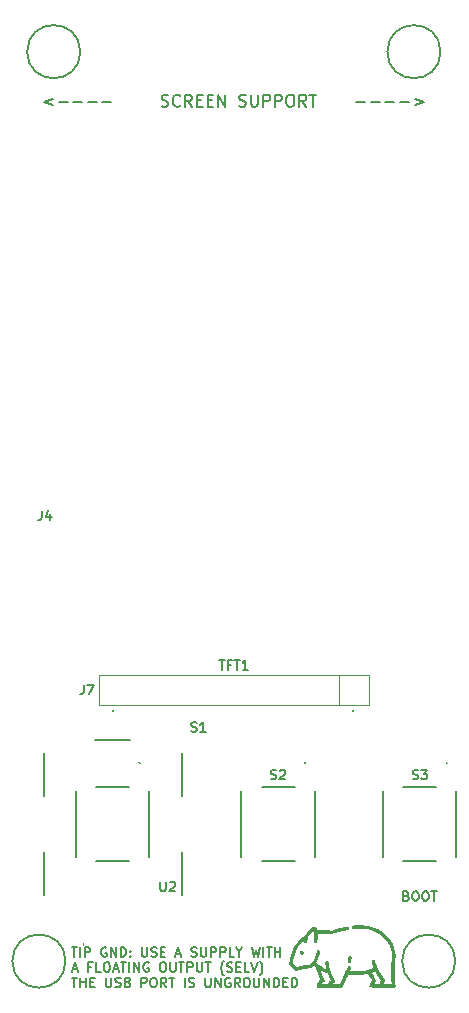
<source format=gbr>
%TF.GenerationSoftware,KiCad,Pcbnew,9.0.3*%
%TF.CreationDate,2025-10-10T19:55:00+02:00*%
%TF.ProjectId,AxxSolder,41787853-6f6c-4646-9572-2e6b69636164,rev?*%
%TF.SameCoordinates,Original*%
%TF.FileFunction,Legend,Top*%
%TF.FilePolarity,Positive*%
%FSLAX46Y46*%
G04 Gerber Fmt 4.6, Leading zero omitted, Abs format (unit mm)*
G04 Created by KiCad (PCBNEW 9.0.3) date 2025-10-10 19:55:00*
%MOMM*%
%LPD*%
G01*
G04 APERTURE LIST*
%ADD10C,0.200000*%
%ADD11C,0.150000*%
%ADD12C,0.100000*%
%ADD13C,0.000000*%
G04 APERTURE END LIST*
D10*
X199250000Y-147000000D02*
G75*
G02*
X194750000Y-147000000I-2250000J0D01*
G01*
X194750000Y-147000000D02*
G75*
G02*
X199250000Y-147000000I2250000J0D01*
G01*
X198000000Y-70000000D02*
G75*
G02*
X193500000Y-70000000I-2250000J0D01*
G01*
X193500000Y-70000000D02*
G75*
G02*
X198000000Y-70000000I2250000J0D01*
G01*
X167500000Y-70000000D02*
G75*
G02*
X163000000Y-70000000I-2250000J0D01*
G01*
X163000000Y-70000000D02*
G75*
G02*
X167500000Y-70000000I2250000J0D01*
G01*
X166250000Y-147000000D02*
G75*
G02*
X161750000Y-147000000I-2250000J0D01*
G01*
X161750000Y-147000000D02*
G75*
G02*
X166250000Y-147000000I2250000J0D01*
G01*
X165190476Y-73985552D02*
X164428571Y-74271266D01*
X164428571Y-74271266D02*
X165190476Y-74556980D01*
X165666666Y-74271266D02*
X166428571Y-74271266D01*
X166904761Y-74271266D02*
X167666666Y-74271266D01*
X168142856Y-74271266D02*
X168904761Y-74271266D01*
X169380951Y-74271266D02*
X170142856Y-74271266D01*
X174380952Y-74604600D02*
X174523809Y-74652219D01*
X174523809Y-74652219D02*
X174761904Y-74652219D01*
X174761904Y-74652219D02*
X174857142Y-74604600D01*
X174857142Y-74604600D02*
X174904761Y-74556980D01*
X174904761Y-74556980D02*
X174952380Y-74461742D01*
X174952380Y-74461742D02*
X174952380Y-74366504D01*
X174952380Y-74366504D02*
X174904761Y-74271266D01*
X174904761Y-74271266D02*
X174857142Y-74223647D01*
X174857142Y-74223647D02*
X174761904Y-74176028D01*
X174761904Y-74176028D02*
X174571428Y-74128409D01*
X174571428Y-74128409D02*
X174476190Y-74080790D01*
X174476190Y-74080790D02*
X174428571Y-74033171D01*
X174428571Y-74033171D02*
X174380952Y-73937933D01*
X174380952Y-73937933D02*
X174380952Y-73842695D01*
X174380952Y-73842695D02*
X174428571Y-73747457D01*
X174428571Y-73747457D02*
X174476190Y-73699838D01*
X174476190Y-73699838D02*
X174571428Y-73652219D01*
X174571428Y-73652219D02*
X174809523Y-73652219D01*
X174809523Y-73652219D02*
X174952380Y-73699838D01*
X175952380Y-74556980D02*
X175904761Y-74604600D01*
X175904761Y-74604600D02*
X175761904Y-74652219D01*
X175761904Y-74652219D02*
X175666666Y-74652219D01*
X175666666Y-74652219D02*
X175523809Y-74604600D01*
X175523809Y-74604600D02*
X175428571Y-74509361D01*
X175428571Y-74509361D02*
X175380952Y-74414123D01*
X175380952Y-74414123D02*
X175333333Y-74223647D01*
X175333333Y-74223647D02*
X175333333Y-74080790D01*
X175333333Y-74080790D02*
X175380952Y-73890314D01*
X175380952Y-73890314D02*
X175428571Y-73795076D01*
X175428571Y-73795076D02*
X175523809Y-73699838D01*
X175523809Y-73699838D02*
X175666666Y-73652219D01*
X175666666Y-73652219D02*
X175761904Y-73652219D01*
X175761904Y-73652219D02*
X175904761Y-73699838D01*
X175904761Y-73699838D02*
X175952380Y-73747457D01*
X176952380Y-74652219D02*
X176619047Y-74176028D01*
X176380952Y-74652219D02*
X176380952Y-73652219D01*
X176380952Y-73652219D02*
X176761904Y-73652219D01*
X176761904Y-73652219D02*
X176857142Y-73699838D01*
X176857142Y-73699838D02*
X176904761Y-73747457D01*
X176904761Y-73747457D02*
X176952380Y-73842695D01*
X176952380Y-73842695D02*
X176952380Y-73985552D01*
X176952380Y-73985552D02*
X176904761Y-74080790D01*
X176904761Y-74080790D02*
X176857142Y-74128409D01*
X176857142Y-74128409D02*
X176761904Y-74176028D01*
X176761904Y-74176028D02*
X176380952Y-74176028D01*
X177380952Y-74128409D02*
X177714285Y-74128409D01*
X177857142Y-74652219D02*
X177380952Y-74652219D01*
X177380952Y-74652219D02*
X177380952Y-73652219D01*
X177380952Y-73652219D02*
X177857142Y-73652219D01*
X178285714Y-74128409D02*
X178619047Y-74128409D01*
X178761904Y-74652219D02*
X178285714Y-74652219D01*
X178285714Y-74652219D02*
X178285714Y-73652219D01*
X178285714Y-73652219D02*
X178761904Y-73652219D01*
X179190476Y-74652219D02*
X179190476Y-73652219D01*
X179190476Y-73652219D02*
X179761904Y-74652219D01*
X179761904Y-74652219D02*
X179761904Y-73652219D01*
X180952381Y-74604600D02*
X181095238Y-74652219D01*
X181095238Y-74652219D02*
X181333333Y-74652219D01*
X181333333Y-74652219D02*
X181428571Y-74604600D01*
X181428571Y-74604600D02*
X181476190Y-74556980D01*
X181476190Y-74556980D02*
X181523809Y-74461742D01*
X181523809Y-74461742D02*
X181523809Y-74366504D01*
X181523809Y-74366504D02*
X181476190Y-74271266D01*
X181476190Y-74271266D02*
X181428571Y-74223647D01*
X181428571Y-74223647D02*
X181333333Y-74176028D01*
X181333333Y-74176028D02*
X181142857Y-74128409D01*
X181142857Y-74128409D02*
X181047619Y-74080790D01*
X181047619Y-74080790D02*
X181000000Y-74033171D01*
X181000000Y-74033171D02*
X180952381Y-73937933D01*
X180952381Y-73937933D02*
X180952381Y-73842695D01*
X180952381Y-73842695D02*
X181000000Y-73747457D01*
X181000000Y-73747457D02*
X181047619Y-73699838D01*
X181047619Y-73699838D02*
X181142857Y-73652219D01*
X181142857Y-73652219D02*
X181380952Y-73652219D01*
X181380952Y-73652219D02*
X181523809Y-73699838D01*
X181952381Y-73652219D02*
X181952381Y-74461742D01*
X181952381Y-74461742D02*
X182000000Y-74556980D01*
X182000000Y-74556980D02*
X182047619Y-74604600D01*
X182047619Y-74604600D02*
X182142857Y-74652219D01*
X182142857Y-74652219D02*
X182333333Y-74652219D01*
X182333333Y-74652219D02*
X182428571Y-74604600D01*
X182428571Y-74604600D02*
X182476190Y-74556980D01*
X182476190Y-74556980D02*
X182523809Y-74461742D01*
X182523809Y-74461742D02*
X182523809Y-73652219D01*
X183000000Y-74652219D02*
X183000000Y-73652219D01*
X183000000Y-73652219D02*
X183380952Y-73652219D01*
X183380952Y-73652219D02*
X183476190Y-73699838D01*
X183476190Y-73699838D02*
X183523809Y-73747457D01*
X183523809Y-73747457D02*
X183571428Y-73842695D01*
X183571428Y-73842695D02*
X183571428Y-73985552D01*
X183571428Y-73985552D02*
X183523809Y-74080790D01*
X183523809Y-74080790D02*
X183476190Y-74128409D01*
X183476190Y-74128409D02*
X183380952Y-74176028D01*
X183380952Y-74176028D02*
X183000000Y-74176028D01*
X184000000Y-74652219D02*
X184000000Y-73652219D01*
X184000000Y-73652219D02*
X184380952Y-73652219D01*
X184380952Y-73652219D02*
X184476190Y-73699838D01*
X184476190Y-73699838D02*
X184523809Y-73747457D01*
X184523809Y-73747457D02*
X184571428Y-73842695D01*
X184571428Y-73842695D02*
X184571428Y-73985552D01*
X184571428Y-73985552D02*
X184523809Y-74080790D01*
X184523809Y-74080790D02*
X184476190Y-74128409D01*
X184476190Y-74128409D02*
X184380952Y-74176028D01*
X184380952Y-74176028D02*
X184000000Y-74176028D01*
X185190476Y-73652219D02*
X185380952Y-73652219D01*
X185380952Y-73652219D02*
X185476190Y-73699838D01*
X185476190Y-73699838D02*
X185571428Y-73795076D01*
X185571428Y-73795076D02*
X185619047Y-73985552D01*
X185619047Y-73985552D02*
X185619047Y-74318885D01*
X185619047Y-74318885D02*
X185571428Y-74509361D01*
X185571428Y-74509361D02*
X185476190Y-74604600D01*
X185476190Y-74604600D02*
X185380952Y-74652219D01*
X185380952Y-74652219D02*
X185190476Y-74652219D01*
X185190476Y-74652219D02*
X185095238Y-74604600D01*
X185095238Y-74604600D02*
X185000000Y-74509361D01*
X185000000Y-74509361D02*
X184952381Y-74318885D01*
X184952381Y-74318885D02*
X184952381Y-73985552D01*
X184952381Y-73985552D02*
X185000000Y-73795076D01*
X185000000Y-73795076D02*
X185095238Y-73699838D01*
X185095238Y-73699838D02*
X185190476Y-73652219D01*
X186619047Y-74652219D02*
X186285714Y-74176028D01*
X186047619Y-74652219D02*
X186047619Y-73652219D01*
X186047619Y-73652219D02*
X186428571Y-73652219D01*
X186428571Y-73652219D02*
X186523809Y-73699838D01*
X186523809Y-73699838D02*
X186571428Y-73747457D01*
X186571428Y-73747457D02*
X186619047Y-73842695D01*
X186619047Y-73842695D02*
X186619047Y-73985552D01*
X186619047Y-73985552D02*
X186571428Y-74080790D01*
X186571428Y-74080790D02*
X186523809Y-74128409D01*
X186523809Y-74128409D02*
X186428571Y-74176028D01*
X186428571Y-74176028D02*
X186047619Y-74176028D01*
X186904762Y-73652219D02*
X187476190Y-73652219D01*
X187190476Y-74652219D02*
X187190476Y-73652219D01*
X190857144Y-74271266D02*
X191619049Y-74271266D01*
X192095239Y-74271266D02*
X192857144Y-74271266D01*
X193333334Y-74271266D02*
X194095239Y-74271266D01*
X194571429Y-74271266D02*
X195333334Y-74271266D01*
X195809524Y-73985552D02*
X196571429Y-74271266D01*
X196571429Y-74271266D02*
X195809524Y-74556980D01*
D11*
X195117969Y-141475247D02*
X195232255Y-141513342D01*
X195232255Y-141513342D02*
X195270350Y-141551438D01*
X195270350Y-141551438D02*
X195308446Y-141627628D01*
X195308446Y-141627628D02*
X195308446Y-141741914D01*
X195308446Y-141741914D02*
X195270350Y-141818104D01*
X195270350Y-141818104D02*
X195232255Y-141856200D01*
X195232255Y-141856200D02*
X195156065Y-141894295D01*
X195156065Y-141894295D02*
X194851303Y-141894295D01*
X194851303Y-141894295D02*
X194851303Y-141094295D01*
X194851303Y-141094295D02*
X195117969Y-141094295D01*
X195117969Y-141094295D02*
X195194160Y-141132390D01*
X195194160Y-141132390D02*
X195232255Y-141170485D01*
X195232255Y-141170485D02*
X195270350Y-141246676D01*
X195270350Y-141246676D02*
X195270350Y-141322866D01*
X195270350Y-141322866D02*
X195232255Y-141399057D01*
X195232255Y-141399057D02*
X195194160Y-141437152D01*
X195194160Y-141437152D02*
X195117969Y-141475247D01*
X195117969Y-141475247D02*
X194851303Y-141475247D01*
X195803684Y-141094295D02*
X195956065Y-141094295D01*
X195956065Y-141094295D02*
X196032255Y-141132390D01*
X196032255Y-141132390D02*
X196108446Y-141208580D01*
X196108446Y-141208580D02*
X196146541Y-141360961D01*
X196146541Y-141360961D02*
X196146541Y-141627628D01*
X196146541Y-141627628D02*
X196108446Y-141780009D01*
X196108446Y-141780009D02*
X196032255Y-141856200D01*
X196032255Y-141856200D02*
X195956065Y-141894295D01*
X195956065Y-141894295D02*
X195803684Y-141894295D01*
X195803684Y-141894295D02*
X195727493Y-141856200D01*
X195727493Y-141856200D02*
X195651303Y-141780009D01*
X195651303Y-141780009D02*
X195613207Y-141627628D01*
X195613207Y-141627628D02*
X195613207Y-141360961D01*
X195613207Y-141360961D02*
X195651303Y-141208580D01*
X195651303Y-141208580D02*
X195727493Y-141132390D01*
X195727493Y-141132390D02*
X195803684Y-141094295D01*
X196641779Y-141094295D02*
X196794160Y-141094295D01*
X196794160Y-141094295D02*
X196870350Y-141132390D01*
X196870350Y-141132390D02*
X196946541Y-141208580D01*
X196946541Y-141208580D02*
X196984636Y-141360961D01*
X196984636Y-141360961D02*
X196984636Y-141627628D01*
X196984636Y-141627628D02*
X196946541Y-141780009D01*
X196946541Y-141780009D02*
X196870350Y-141856200D01*
X196870350Y-141856200D02*
X196794160Y-141894295D01*
X196794160Y-141894295D02*
X196641779Y-141894295D01*
X196641779Y-141894295D02*
X196565588Y-141856200D01*
X196565588Y-141856200D02*
X196489398Y-141780009D01*
X196489398Y-141780009D02*
X196451302Y-141627628D01*
X196451302Y-141627628D02*
X196451302Y-141360961D01*
X196451302Y-141360961D02*
X196489398Y-141208580D01*
X196489398Y-141208580D02*
X196565588Y-141132390D01*
X196565588Y-141132390D02*
X196641779Y-141094295D01*
X197213207Y-141094295D02*
X197670350Y-141094295D01*
X197441778Y-141894295D02*
X197441778Y-141094295D01*
X166774874Y-145818385D02*
X167232017Y-145818385D01*
X167003445Y-146618385D02*
X167003445Y-145818385D01*
X167498684Y-146618385D02*
X167498684Y-145818385D01*
X167879636Y-146618385D02*
X167879636Y-145818385D01*
X167879636Y-145818385D02*
X168184398Y-145818385D01*
X168184398Y-145818385D02*
X168260588Y-145856480D01*
X168260588Y-145856480D02*
X168298683Y-145894575D01*
X168298683Y-145894575D02*
X168336779Y-145970766D01*
X168336779Y-145970766D02*
X168336779Y-146085051D01*
X168336779Y-146085051D02*
X168298683Y-146161242D01*
X168298683Y-146161242D02*
X168260588Y-146199337D01*
X168260588Y-146199337D02*
X168184398Y-146237432D01*
X168184398Y-146237432D02*
X167879636Y-146237432D01*
X169708207Y-145856480D02*
X169632017Y-145818385D01*
X169632017Y-145818385D02*
X169517731Y-145818385D01*
X169517731Y-145818385D02*
X169403445Y-145856480D01*
X169403445Y-145856480D02*
X169327255Y-145932670D01*
X169327255Y-145932670D02*
X169289160Y-146008861D01*
X169289160Y-146008861D02*
X169251064Y-146161242D01*
X169251064Y-146161242D02*
X169251064Y-146275528D01*
X169251064Y-146275528D02*
X169289160Y-146427909D01*
X169289160Y-146427909D02*
X169327255Y-146504099D01*
X169327255Y-146504099D02*
X169403445Y-146580290D01*
X169403445Y-146580290D02*
X169517731Y-146618385D01*
X169517731Y-146618385D02*
X169593922Y-146618385D01*
X169593922Y-146618385D02*
X169708207Y-146580290D01*
X169708207Y-146580290D02*
X169746303Y-146542194D01*
X169746303Y-146542194D02*
X169746303Y-146275528D01*
X169746303Y-146275528D02*
X169593922Y-146275528D01*
X170089160Y-146618385D02*
X170089160Y-145818385D01*
X170089160Y-145818385D02*
X170546303Y-146618385D01*
X170546303Y-146618385D02*
X170546303Y-145818385D01*
X170927255Y-146618385D02*
X170927255Y-145818385D01*
X170927255Y-145818385D02*
X171117731Y-145818385D01*
X171117731Y-145818385D02*
X171232017Y-145856480D01*
X171232017Y-145856480D02*
X171308207Y-145932670D01*
X171308207Y-145932670D02*
X171346302Y-146008861D01*
X171346302Y-146008861D02*
X171384398Y-146161242D01*
X171384398Y-146161242D02*
X171384398Y-146275528D01*
X171384398Y-146275528D02*
X171346302Y-146427909D01*
X171346302Y-146427909D02*
X171308207Y-146504099D01*
X171308207Y-146504099D02*
X171232017Y-146580290D01*
X171232017Y-146580290D02*
X171117731Y-146618385D01*
X171117731Y-146618385D02*
X170927255Y-146618385D01*
X171727255Y-146542194D02*
X171765350Y-146580290D01*
X171765350Y-146580290D02*
X171727255Y-146618385D01*
X171727255Y-146618385D02*
X171689159Y-146580290D01*
X171689159Y-146580290D02*
X171727255Y-146542194D01*
X171727255Y-146542194D02*
X171727255Y-146618385D01*
X171727255Y-146123147D02*
X171765350Y-146161242D01*
X171765350Y-146161242D02*
X171727255Y-146199337D01*
X171727255Y-146199337D02*
X171689159Y-146161242D01*
X171689159Y-146161242D02*
X171727255Y-146123147D01*
X171727255Y-146123147D02*
X171727255Y-146199337D01*
X172717731Y-145818385D02*
X172717731Y-146466004D01*
X172717731Y-146466004D02*
X172755826Y-146542194D01*
X172755826Y-146542194D02*
X172793921Y-146580290D01*
X172793921Y-146580290D02*
X172870112Y-146618385D01*
X172870112Y-146618385D02*
X173022493Y-146618385D01*
X173022493Y-146618385D02*
X173098683Y-146580290D01*
X173098683Y-146580290D02*
X173136778Y-146542194D01*
X173136778Y-146542194D02*
X173174874Y-146466004D01*
X173174874Y-146466004D02*
X173174874Y-145818385D01*
X173517730Y-146580290D02*
X173632016Y-146618385D01*
X173632016Y-146618385D02*
X173822492Y-146618385D01*
X173822492Y-146618385D02*
X173898683Y-146580290D01*
X173898683Y-146580290D02*
X173936778Y-146542194D01*
X173936778Y-146542194D02*
X173974873Y-146466004D01*
X173974873Y-146466004D02*
X173974873Y-146389813D01*
X173974873Y-146389813D02*
X173936778Y-146313623D01*
X173936778Y-146313623D02*
X173898683Y-146275528D01*
X173898683Y-146275528D02*
X173822492Y-146237432D01*
X173822492Y-146237432D02*
X173670111Y-146199337D01*
X173670111Y-146199337D02*
X173593921Y-146161242D01*
X173593921Y-146161242D02*
X173555826Y-146123147D01*
X173555826Y-146123147D02*
X173517730Y-146046956D01*
X173517730Y-146046956D02*
X173517730Y-145970766D01*
X173517730Y-145970766D02*
X173555826Y-145894575D01*
X173555826Y-145894575D02*
X173593921Y-145856480D01*
X173593921Y-145856480D02*
X173670111Y-145818385D01*
X173670111Y-145818385D02*
X173860588Y-145818385D01*
X173860588Y-145818385D02*
X173974873Y-145856480D01*
X174317731Y-146199337D02*
X174584397Y-146199337D01*
X174698683Y-146618385D02*
X174317731Y-146618385D01*
X174317731Y-146618385D02*
X174317731Y-145818385D01*
X174317731Y-145818385D02*
X174698683Y-145818385D01*
X175612969Y-146389813D02*
X175993922Y-146389813D01*
X175536779Y-146618385D02*
X175803446Y-145818385D01*
X175803446Y-145818385D02*
X176070112Y-146618385D01*
X176908207Y-146580290D02*
X177022493Y-146618385D01*
X177022493Y-146618385D02*
X177212969Y-146618385D01*
X177212969Y-146618385D02*
X177289160Y-146580290D01*
X177289160Y-146580290D02*
X177327255Y-146542194D01*
X177327255Y-146542194D02*
X177365350Y-146466004D01*
X177365350Y-146466004D02*
X177365350Y-146389813D01*
X177365350Y-146389813D02*
X177327255Y-146313623D01*
X177327255Y-146313623D02*
X177289160Y-146275528D01*
X177289160Y-146275528D02*
X177212969Y-146237432D01*
X177212969Y-146237432D02*
X177060588Y-146199337D01*
X177060588Y-146199337D02*
X176984398Y-146161242D01*
X176984398Y-146161242D02*
X176946303Y-146123147D01*
X176946303Y-146123147D02*
X176908207Y-146046956D01*
X176908207Y-146046956D02*
X176908207Y-145970766D01*
X176908207Y-145970766D02*
X176946303Y-145894575D01*
X176946303Y-145894575D02*
X176984398Y-145856480D01*
X176984398Y-145856480D02*
X177060588Y-145818385D01*
X177060588Y-145818385D02*
X177251065Y-145818385D01*
X177251065Y-145818385D02*
X177365350Y-145856480D01*
X177708208Y-145818385D02*
X177708208Y-146466004D01*
X177708208Y-146466004D02*
X177746303Y-146542194D01*
X177746303Y-146542194D02*
X177784398Y-146580290D01*
X177784398Y-146580290D02*
X177860589Y-146618385D01*
X177860589Y-146618385D02*
X178012970Y-146618385D01*
X178012970Y-146618385D02*
X178089160Y-146580290D01*
X178089160Y-146580290D02*
X178127255Y-146542194D01*
X178127255Y-146542194D02*
X178165351Y-146466004D01*
X178165351Y-146466004D02*
X178165351Y-145818385D01*
X178546303Y-146618385D02*
X178546303Y-145818385D01*
X178546303Y-145818385D02*
X178851065Y-145818385D01*
X178851065Y-145818385D02*
X178927255Y-145856480D01*
X178927255Y-145856480D02*
X178965350Y-145894575D01*
X178965350Y-145894575D02*
X179003446Y-145970766D01*
X179003446Y-145970766D02*
X179003446Y-146085051D01*
X179003446Y-146085051D02*
X178965350Y-146161242D01*
X178965350Y-146161242D02*
X178927255Y-146199337D01*
X178927255Y-146199337D02*
X178851065Y-146237432D01*
X178851065Y-146237432D02*
X178546303Y-146237432D01*
X179346303Y-146618385D02*
X179346303Y-145818385D01*
X179346303Y-145818385D02*
X179651065Y-145818385D01*
X179651065Y-145818385D02*
X179727255Y-145856480D01*
X179727255Y-145856480D02*
X179765350Y-145894575D01*
X179765350Y-145894575D02*
X179803446Y-145970766D01*
X179803446Y-145970766D02*
X179803446Y-146085051D01*
X179803446Y-146085051D02*
X179765350Y-146161242D01*
X179765350Y-146161242D02*
X179727255Y-146199337D01*
X179727255Y-146199337D02*
X179651065Y-146237432D01*
X179651065Y-146237432D02*
X179346303Y-146237432D01*
X180527255Y-146618385D02*
X180146303Y-146618385D01*
X180146303Y-146618385D02*
X180146303Y-145818385D01*
X180946303Y-146237432D02*
X180946303Y-146618385D01*
X180679636Y-145818385D02*
X180946303Y-146237432D01*
X180946303Y-146237432D02*
X181212969Y-145818385D01*
X182012969Y-145818385D02*
X182203445Y-146618385D01*
X182203445Y-146618385D02*
X182355826Y-146046956D01*
X182355826Y-146046956D02*
X182508207Y-146618385D01*
X182508207Y-146618385D02*
X182698684Y-145818385D01*
X183003446Y-146618385D02*
X183003446Y-145818385D01*
X183270112Y-145818385D02*
X183727255Y-145818385D01*
X183498683Y-146618385D02*
X183498683Y-145818385D01*
X183993922Y-146618385D02*
X183993922Y-145818385D01*
X183993922Y-146199337D02*
X184451065Y-146199337D01*
X184451065Y-146618385D02*
X184451065Y-145818385D01*
X166851064Y-147677768D02*
X167232017Y-147677768D01*
X166774874Y-147906340D02*
X167041541Y-147106340D01*
X167041541Y-147106340D02*
X167308207Y-147906340D01*
X168451064Y-147487292D02*
X168184398Y-147487292D01*
X168184398Y-147906340D02*
X168184398Y-147106340D01*
X168184398Y-147106340D02*
X168565350Y-147106340D01*
X169251064Y-147906340D02*
X168870112Y-147906340D01*
X168870112Y-147906340D02*
X168870112Y-147106340D01*
X169670112Y-147106340D02*
X169822493Y-147106340D01*
X169822493Y-147106340D02*
X169898683Y-147144435D01*
X169898683Y-147144435D02*
X169974874Y-147220625D01*
X169974874Y-147220625D02*
X170012969Y-147373006D01*
X170012969Y-147373006D02*
X170012969Y-147639673D01*
X170012969Y-147639673D02*
X169974874Y-147792054D01*
X169974874Y-147792054D02*
X169898683Y-147868245D01*
X169898683Y-147868245D02*
X169822493Y-147906340D01*
X169822493Y-147906340D02*
X169670112Y-147906340D01*
X169670112Y-147906340D02*
X169593921Y-147868245D01*
X169593921Y-147868245D02*
X169517731Y-147792054D01*
X169517731Y-147792054D02*
X169479635Y-147639673D01*
X169479635Y-147639673D02*
X169479635Y-147373006D01*
X169479635Y-147373006D02*
X169517731Y-147220625D01*
X169517731Y-147220625D02*
X169593921Y-147144435D01*
X169593921Y-147144435D02*
X169670112Y-147106340D01*
X170317730Y-147677768D02*
X170698683Y-147677768D01*
X170241540Y-147906340D02*
X170508207Y-147106340D01*
X170508207Y-147106340D02*
X170774873Y-147906340D01*
X170927254Y-147106340D02*
X171384397Y-147106340D01*
X171155825Y-147906340D02*
X171155825Y-147106340D01*
X171651064Y-147906340D02*
X171651064Y-147106340D01*
X172032016Y-147906340D02*
X172032016Y-147106340D01*
X172032016Y-147106340D02*
X172489159Y-147906340D01*
X172489159Y-147906340D02*
X172489159Y-147106340D01*
X173289158Y-147144435D02*
X173212968Y-147106340D01*
X173212968Y-147106340D02*
X173098682Y-147106340D01*
X173098682Y-147106340D02*
X172984396Y-147144435D01*
X172984396Y-147144435D02*
X172908206Y-147220625D01*
X172908206Y-147220625D02*
X172870111Y-147296816D01*
X172870111Y-147296816D02*
X172832015Y-147449197D01*
X172832015Y-147449197D02*
X172832015Y-147563483D01*
X172832015Y-147563483D02*
X172870111Y-147715864D01*
X172870111Y-147715864D02*
X172908206Y-147792054D01*
X172908206Y-147792054D02*
X172984396Y-147868245D01*
X172984396Y-147868245D02*
X173098682Y-147906340D01*
X173098682Y-147906340D02*
X173174873Y-147906340D01*
X173174873Y-147906340D02*
X173289158Y-147868245D01*
X173289158Y-147868245D02*
X173327254Y-147830149D01*
X173327254Y-147830149D02*
X173327254Y-147563483D01*
X173327254Y-147563483D02*
X173174873Y-147563483D01*
X174432016Y-147106340D02*
X174584397Y-147106340D01*
X174584397Y-147106340D02*
X174660587Y-147144435D01*
X174660587Y-147144435D02*
X174736778Y-147220625D01*
X174736778Y-147220625D02*
X174774873Y-147373006D01*
X174774873Y-147373006D02*
X174774873Y-147639673D01*
X174774873Y-147639673D02*
X174736778Y-147792054D01*
X174736778Y-147792054D02*
X174660587Y-147868245D01*
X174660587Y-147868245D02*
X174584397Y-147906340D01*
X174584397Y-147906340D02*
X174432016Y-147906340D01*
X174432016Y-147906340D02*
X174355825Y-147868245D01*
X174355825Y-147868245D02*
X174279635Y-147792054D01*
X174279635Y-147792054D02*
X174241539Y-147639673D01*
X174241539Y-147639673D02*
X174241539Y-147373006D01*
X174241539Y-147373006D02*
X174279635Y-147220625D01*
X174279635Y-147220625D02*
X174355825Y-147144435D01*
X174355825Y-147144435D02*
X174432016Y-147106340D01*
X175117730Y-147106340D02*
X175117730Y-147753959D01*
X175117730Y-147753959D02*
X175155825Y-147830149D01*
X175155825Y-147830149D02*
X175193920Y-147868245D01*
X175193920Y-147868245D02*
X175270111Y-147906340D01*
X175270111Y-147906340D02*
X175422492Y-147906340D01*
X175422492Y-147906340D02*
X175498682Y-147868245D01*
X175498682Y-147868245D02*
X175536777Y-147830149D01*
X175536777Y-147830149D02*
X175574873Y-147753959D01*
X175574873Y-147753959D02*
X175574873Y-147106340D01*
X175841539Y-147106340D02*
X176298682Y-147106340D01*
X176070110Y-147906340D02*
X176070110Y-147106340D01*
X176565349Y-147906340D02*
X176565349Y-147106340D01*
X176565349Y-147106340D02*
X176870111Y-147106340D01*
X176870111Y-147106340D02*
X176946301Y-147144435D01*
X176946301Y-147144435D02*
X176984396Y-147182530D01*
X176984396Y-147182530D02*
X177022492Y-147258721D01*
X177022492Y-147258721D02*
X177022492Y-147373006D01*
X177022492Y-147373006D02*
X176984396Y-147449197D01*
X176984396Y-147449197D02*
X176946301Y-147487292D01*
X176946301Y-147487292D02*
X176870111Y-147525387D01*
X176870111Y-147525387D02*
X176565349Y-147525387D01*
X177365349Y-147106340D02*
X177365349Y-147753959D01*
X177365349Y-147753959D02*
X177403444Y-147830149D01*
X177403444Y-147830149D02*
X177441539Y-147868245D01*
X177441539Y-147868245D02*
X177517730Y-147906340D01*
X177517730Y-147906340D02*
X177670111Y-147906340D01*
X177670111Y-147906340D02*
X177746301Y-147868245D01*
X177746301Y-147868245D02*
X177784396Y-147830149D01*
X177784396Y-147830149D02*
X177822492Y-147753959D01*
X177822492Y-147753959D02*
X177822492Y-147106340D01*
X178089158Y-147106340D02*
X178546301Y-147106340D01*
X178317729Y-147906340D02*
X178317729Y-147106340D01*
X179651063Y-148211102D02*
X179612968Y-148173006D01*
X179612968Y-148173006D02*
X179536777Y-148058721D01*
X179536777Y-148058721D02*
X179498682Y-147982530D01*
X179498682Y-147982530D02*
X179460587Y-147868245D01*
X179460587Y-147868245D02*
X179422492Y-147677768D01*
X179422492Y-147677768D02*
X179422492Y-147525387D01*
X179422492Y-147525387D02*
X179460587Y-147334911D01*
X179460587Y-147334911D02*
X179498682Y-147220625D01*
X179498682Y-147220625D02*
X179536777Y-147144435D01*
X179536777Y-147144435D02*
X179612968Y-147030149D01*
X179612968Y-147030149D02*
X179651063Y-146992054D01*
X179917729Y-147868245D02*
X180032015Y-147906340D01*
X180032015Y-147906340D02*
X180222491Y-147906340D01*
X180222491Y-147906340D02*
X180298682Y-147868245D01*
X180298682Y-147868245D02*
X180336777Y-147830149D01*
X180336777Y-147830149D02*
X180374872Y-147753959D01*
X180374872Y-147753959D02*
X180374872Y-147677768D01*
X180374872Y-147677768D02*
X180336777Y-147601578D01*
X180336777Y-147601578D02*
X180298682Y-147563483D01*
X180298682Y-147563483D02*
X180222491Y-147525387D01*
X180222491Y-147525387D02*
X180070110Y-147487292D01*
X180070110Y-147487292D02*
X179993920Y-147449197D01*
X179993920Y-147449197D02*
X179955825Y-147411102D01*
X179955825Y-147411102D02*
X179917729Y-147334911D01*
X179917729Y-147334911D02*
X179917729Y-147258721D01*
X179917729Y-147258721D02*
X179955825Y-147182530D01*
X179955825Y-147182530D02*
X179993920Y-147144435D01*
X179993920Y-147144435D02*
X180070110Y-147106340D01*
X180070110Y-147106340D02*
X180260587Y-147106340D01*
X180260587Y-147106340D02*
X180374872Y-147144435D01*
X180717730Y-147487292D02*
X180984396Y-147487292D01*
X181098682Y-147906340D02*
X180717730Y-147906340D01*
X180717730Y-147906340D02*
X180717730Y-147106340D01*
X180717730Y-147106340D02*
X181098682Y-147106340D01*
X181822492Y-147906340D02*
X181441540Y-147906340D01*
X181441540Y-147906340D02*
X181441540Y-147106340D01*
X181974873Y-147106340D02*
X182241540Y-147906340D01*
X182241540Y-147906340D02*
X182508206Y-147106340D01*
X182698682Y-148211102D02*
X182736777Y-148173006D01*
X182736777Y-148173006D02*
X182812968Y-148058721D01*
X182812968Y-148058721D02*
X182851063Y-147982530D01*
X182851063Y-147982530D02*
X182889158Y-147868245D01*
X182889158Y-147868245D02*
X182927254Y-147677768D01*
X182927254Y-147677768D02*
X182927254Y-147525387D01*
X182927254Y-147525387D02*
X182889158Y-147334911D01*
X182889158Y-147334911D02*
X182851063Y-147220625D01*
X182851063Y-147220625D02*
X182812968Y-147144435D01*
X182812968Y-147144435D02*
X182736777Y-147030149D01*
X182736777Y-147030149D02*
X182698682Y-146992054D01*
X166774874Y-148394295D02*
X167232017Y-148394295D01*
X167003445Y-149194295D02*
X167003445Y-148394295D01*
X167498684Y-149194295D02*
X167498684Y-148394295D01*
X167498684Y-148775247D02*
X167955827Y-148775247D01*
X167955827Y-149194295D02*
X167955827Y-148394295D01*
X168336779Y-148775247D02*
X168603445Y-148775247D01*
X168717731Y-149194295D02*
X168336779Y-149194295D01*
X168336779Y-149194295D02*
X168336779Y-148394295D01*
X168336779Y-148394295D02*
X168717731Y-148394295D01*
X169670113Y-148394295D02*
X169670113Y-149041914D01*
X169670113Y-149041914D02*
X169708208Y-149118104D01*
X169708208Y-149118104D02*
X169746303Y-149156200D01*
X169746303Y-149156200D02*
X169822494Y-149194295D01*
X169822494Y-149194295D02*
X169974875Y-149194295D01*
X169974875Y-149194295D02*
X170051065Y-149156200D01*
X170051065Y-149156200D02*
X170089160Y-149118104D01*
X170089160Y-149118104D02*
X170127256Y-149041914D01*
X170127256Y-149041914D02*
X170127256Y-148394295D01*
X170470112Y-149156200D02*
X170584398Y-149194295D01*
X170584398Y-149194295D02*
X170774874Y-149194295D01*
X170774874Y-149194295D02*
X170851065Y-149156200D01*
X170851065Y-149156200D02*
X170889160Y-149118104D01*
X170889160Y-149118104D02*
X170927255Y-149041914D01*
X170927255Y-149041914D02*
X170927255Y-148965723D01*
X170927255Y-148965723D02*
X170889160Y-148889533D01*
X170889160Y-148889533D02*
X170851065Y-148851438D01*
X170851065Y-148851438D02*
X170774874Y-148813342D01*
X170774874Y-148813342D02*
X170622493Y-148775247D01*
X170622493Y-148775247D02*
X170546303Y-148737152D01*
X170546303Y-148737152D02*
X170508208Y-148699057D01*
X170508208Y-148699057D02*
X170470112Y-148622866D01*
X170470112Y-148622866D02*
X170470112Y-148546676D01*
X170470112Y-148546676D02*
X170508208Y-148470485D01*
X170508208Y-148470485D02*
X170546303Y-148432390D01*
X170546303Y-148432390D02*
X170622493Y-148394295D01*
X170622493Y-148394295D02*
X170812970Y-148394295D01*
X170812970Y-148394295D02*
X170927255Y-148432390D01*
X171536779Y-148775247D02*
X171651065Y-148813342D01*
X171651065Y-148813342D02*
X171689160Y-148851438D01*
X171689160Y-148851438D02*
X171727256Y-148927628D01*
X171727256Y-148927628D02*
X171727256Y-149041914D01*
X171727256Y-149041914D02*
X171689160Y-149118104D01*
X171689160Y-149118104D02*
X171651065Y-149156200D01*
X171651065Y-149156200D02*
X171574875Y-149194295D01*
X171574875Y-149194295D02*
X171270113Y-149194295D01*
X171270113Y-149194295D02*
X171270113Y-148394295D01*
X171270113Y-148394295D02*
X171536779Y-148394295D01*
X171536779Y-148394295D02*
X171612970Y-148432390D01*
X171612970Y-148432390D02*
X171651065Y-148470485D01*
X171651065Y-148470485D02*
X171689160Y-148546676D01*
X171689160Y-148546676D02*
X171689160Y-148622866D01*
X171689160Y-148622866D02*
X171651065Y-148699057D01*
X171651065Y-148699057D02*
X171612970Y-148737152D01*
X171612970Y-148737152D02*
X171536779Y-148775247D01*
X171536779Y-148775247D02*
X171270113Y-148775247D01*
X172679637Y-149194295D02*
X172679637Y-148394295D01*
X172679637Y-148394295D02*
X172984399Y-148394295D01*
X172984399Y-148394295D02*
X173060589Y-148432390D01*
X173060589Y-148432390D02*
X173098684Y-148470485D01*
X173098684Y-148470485D02*
X173136780Y-148546676D01*
X173136780Y-148546676D02*
X173136780Y-148660961D01*
X173136780Y-148660961D02*
X173098684Y-148737152D01*
X173098684Y-148737152D02*
X173060589Y-148775247D01*
X173060589Y-148775247D02*
X172984399Y-148813342D01*
X172984399Y-148813342D02*
X172679637Y-148813342D01*
X173632018Y-148394295D02*
X173784399Y-148394295D01*
X173784399Y-148394295D02*
X173860589Y-148432390D01*
X173860589Y-148432390D02*
X173936780Y-148508580D01*
X173936780Y-148508580D02*
X173974875Y-148660961D01*
X173974875Y-148660961D02*
X173974875Y-148927628D01*
X173974875Y-148927628D02*
X173936780Y-149080009D01*
X173936780Y-149080009D02*
X173860589Y-149156200D01*
X173860589Y-149156200D02*
X173784399Y-149194295D01*
X173784399Y-149194295D02*
X173632018Y-149194295D01*
X173632018Y-149194295D02*
X173555827Y-149156200D01*
X173555827Y-149156200D02*
X173479637Y-149080009D01*
X173479637Y-149080009D02*
X173441541Y-148927628D01*
X173441541Y-148927628D02*
X173441541Y-148660961D01*
X173441541Y-148660961D02*
X173479637Y-148508580D01*
X173479637Y-148508580D02*
X173555827Y-148432390D01*
X173555827Y-148432390D02*
X173632018Y-148394295D01*
X174774875Y-149194295D02*
X174508208Y-148813342D01*
X174317732Y-149194295D02*
X174317732Y-148394295D01*
X174317732Y-148394295D02*
X174622494Y-148394295D01*
X174622494Y-148394295D02*
X174698684Y-148432390D01*
X174698684Y-148432390D02*
X174736779Y-148470485D01*
X174736779Y-148470485D02*
X174774875Y-148546676D01*
X174774875Y-148546676D02*
X174774875Y-148660961D01*
X174774875Y-148660961D02*
X174736779Y-148737152D01*
X174736779Y-148737152D02*
X174698684Y-148775247D01*
X174698684Y-148775247D02*
X174622494Y-148813342D01*
X174622494Y-148813342D02*
X174317732Y-148813342D01*
X175003446Y-148394295D02*
X175460589Y-148394295D01*
X175232017Y-149194295D02*
X175232017Y-148394295D01*
X176336780Y-149194295D02*
X176336780Y-148394295D01*
X176679636Y-149156200D02*
X176793922Y-149194295D01*
X176793922Y-149194295D02*
X176984398Y-149194295D01*
X176984398Y-149194295D02*
X177060589Y-149156200D01*
X177060589Y-149156200D02*
X177098684Y-149118104D01*
X177098684Y-149118104D02*
X177136779Y-149041914D01*
X177136779Y-149041914D02*
X177136779Y-148965723D01*
X177136779Y-148965723D02*
X177098684Y-148889533D01*
X177098684Y-148889533D02*
X177060589Y-148851438D01*
X177060589Y-148851438D02*
X176984398Y-148813342D01*
X176984398Y-148813342D02*
X176832017Y-148775247D01*
X176832017Y-148775247D02*
X176755827Y-148737152D01*
X176755827Y-148737152D02*
X176717732Y-148699057D01*
X176717732Y-148699057D02*
X176679636Y-148622866D01*
X176679636Y-148622866D02*
X176679636Y-148546676D01*
X176679636Y-148546676D02*
X176717732Y-148470485D01*
X176717732Y-148470485D02*
X176755827Y-148432390D01*
X176755827Y-148432390D02*
X176832017Y-148394295D01*
X176832017Y-148394295D02*
X177022494Y-148394295D01*
X177022494Y-148394295D02*
X177136779Y-148432390D01*
X178089161Y-148394295D02*
X178089161Y-149041914D01*
X178089161Y-149041914D02*
X178127256Y-149118104D01*
X178127256Y-149118104D02*
X178165351Y-149156200D01*
X178165351Y-149156200D02*
X178241542Y-149194295D01*
X178241542Y-149194295D02*
X178393923Y-149194295D01*
X178393923Y-149194295D02*
X178470113Y-149156200D01*
X178470113Y-149156200D02*
X178508208Y-149118104D01*
X178508208Y-149118104D02*
X178546304Y-149041914D01*
X178546304Y-149041914D02*
X178546304Y-148394295D01*
X178927256Y-149194295D02*
X178927256Y-148394295D01*
X178927256Y-148394295D02*
X179384399Y-149194295D01*
X179384399Y-149194295D02*
X179384399Y-148394295D01*
X180184398Y-148432390D02*
X180108208Y-148394295D01*
X180108208Y-148394295D02*
X179993922Y-148394295D01*
X179993922Y-148394295D02*
X179879636Y-148432390D01*
X179879636Y-148432390D02*
X179803446Y-148508580D01*
X179803446Y-148508580D02*
X179765351Y-148584771D01*
X179765351Y-148584771D02*
X179727255Y-148737152D01*
X179727255Y-148737152D02*
X179727255Y-148851438D01*
X179727255Y-148851438D02*
X179765351Y-149003819D01*
X179765351Y-149003819D02*
X179803446Y-149080009D01*
X179803446Y-149080009D02*
X179879636Y-149156200D01*
X179879636Y-149156200D02*
X179993922Y-149194295D01*
X179993922Y-149194295D02*
X180070113Y-149194295D01*
X180070113Y-149194295D02*
X180184398Y-149156200D01*
X180184398Y-149156200D02*
X180222494Y-149118104D01*
X180222494Y-149118104D02*
X180222494Y-148851438D01*
X180222494Y-148851438D02*
X180070113Y-148851438D01*
X181022494Y-149194295D02*
X180755827Y-148813342D01*
X180565351Y-149194295D02*
X180565351Y-148394295D01*
X180565351Y-148394295D02*
X180870113Y-148394295D01*
X180870113Y-148394295D02*
X180946303Y-148432390D01*
X180946303Y-148432390D02*
X180984398Y-148470485D01*
X180984398Y-148470485D02*
X181022494Y-148546676D01*
X181022494Y-148546676D02*
X181022494Y-148660961D01*
X181022494Y-148660961D02*
X180984398Y-148737152D01*
X180984398Y-148737152D02*
X180946303Y-148775247D01*
X180946303Y-148775247D02*
X180870113Y-148813342D01*
X180870113Y-148813342D02*
X180565351Y-148813342D01*
X181517732Y-148394295D02*
X181670113Y-148394295D01*
X181670113Y-148394295D02*
X181746303Y-148432390D01*
X181746303Y-148432390D02*
X181822494Y-148508580D01*
X181822494Y-148508580D02*
X181860589Y-148660961D01*
X181860589Y-148660961D02*
X181860589Y-148927628D01*
X181860589Y-148927628D02*
X181822494Y-149080009D01*
X181822494Y-149080009D02*
X181746303Y-149156200D01*
X181746303Y-149156200D02*
X181670113Y-149194295D01*
X181670113Y-149194295D02*
X181517732Y-149194295D01*
X181517732Y-149194295D02*
X181441541Y-149156200D01*
X181441541Y-149156200D02*
X181365351Y-149080009D01*
X181365351Y-149080009D02*
X181327255Y-148927628D01*
X181327255Y-148927628D02*
X181327255Y-148660961D01*
X181327255Y-148660961D02*
X181365351Y-148508580D01*
X181365351Y-148508580D02*
X181441541Y-148432390D01*
X181441541Y-148432390D02*
X181517732Y-148394295D01*
X182203446Y-148394295D02*
X182203446Y-149041914D01*
X182203446Y-149041914D02*
X182241541Y-149118104D01*
X182241541Y-149118104D02*
X182279636Y-149156200D01*
X182279636Y-149156200D02*
X182355827Y-149194295D01*
X182355827Y-149194295D02*
X182508208Y-149194295D01*
X182508208Y-149194295D02*
X182584398Y-149156200D01*
X182584398Y-149156200D02*
X182622493Y-149118104D01*
X182622493Y-149118104D02*
X182660589Y-149041914D01*
X182660589Y-149041914D02*
X182660589Y-148394295D01*
X183041541Y-149194295D02*
X183041541Y-148394295D01*
X183041541Y-148394295D02*
X183498684Y-149194295D01*
X183498684Y-149194295D02*
X183498684Y-148394295D01*
X183879636Y-149194295D02*
X183879636Y-148394295D01*
X183879636Y-148394295D02*
X184070112Y-148394295D01*
X184070112Y-148394295D02*
X184184398Y-148432390D01*
X184184398Y-148432390D02*
X184260588Y-148508580D01*
X184260588Y-148508580D02*
X184298683Y-148584771D01*
X184298683Y-148584771D02*
X184336779Y-148737152D01*
X184336779Y-148737152D02*
X184336779Y-148851438D01*
X184336779Y-148851438D02*
X184298683Y-149003819D01*
X184298683Y-149003819D02*
X184260588Y-149080009D01*
X184260588Y-149080009D02*
X184184398Y-149156200D01*
X184184398Y-149156200D02*
X184070112Y-149194295D01*
X184070112Y-149194295D02*
X183879636Y-149194295D01*
X184679636Y-148775247D02*
X184946302Y-148775247D01*
X185060588Y-149194295D02*
X184679636Y-149194295D01*
X184679636Y-149194295D02*
X184679636Y-148394295D01*
X184679636Y-148394295D02*
X185060588Y-148394295D01*
X185403446Y-149194295D02*
X185403446Y-148394295D01*
X185403446Y-148394295D02*
X185593922Y-148394295D01*
X185593922Y-148394295D02*
X185708208Y-148432390D01*
X185708208Y-148432390D02*
X185784398Y-148508580D01*
X185784398Y-148508580D02*
X185822493Y-148584771D01*
X185822493Y-148584771D02*
X185860589Y-148737152D01*
X185860589Y-148737152D02*
X185860589Y-148851438D01*
X185860589Y-148851438D02*
X185822493Y-149003819D01*
X185822493Y-149003819D02*
X185784398Y-149080009D01*
X185784398Y-149080009D02*
X185708208Y-149156200D01*
X185708208Y-149156200D02*
X185593922Y-149194295D01*
X185593922Y-149194295D02*
X185403446Y-149194295D01*
X179262857Y-121510295D02*
X179720000Y-121510295D01*
X179491428Y-122310295D02*
X179491428Y-121510295D01*
X180253333Y-121891247D02*
X179986667Y-121891247D01*
X179986667Y-122310295D02*
X179986667Y-121510295D01*
X179986667Y-121510295D02*
X180367619Y-121510295D01*
X180558095Y-121510295D02*
X181015238Y-121510295D01*
X180786666Y-122310295D02*
X180786666Y-121510295D01*
X181700952Y-122310295D02*
X181243809Y-122310295D01*
X181472381Y-122310295D02*
X181472381Y-121510295D01*
X181472381Y-121510295D02*
X181396190Y-121624580D01*
X181396190Y-121624580D02*
X181320000Y-121700771D01*
X181320000Y-121700771D02*
X181243809Y-121738866D01*
X176890475Y-127524200D02*
X177004761Y-127562295D01*
X177004761Y-127562295D02*
X177195237Y-127562295D01*
X177195237Y-127562295D02*
X177271428Y-127524200D01*
X177271428Y-127524200D02*
X177309523Y-127486104D01*
X177309523Y-127486104D02*
X177347618Y-127409914D01*
X177347618Y-127409914D02*
X177347618Y-127333723D01*
X177347618Y-127333723D02*
X177309523Y-127257533D01*
X177309523Y-127257533D02*
X177271428Y-127219438D01*
X177271428Y-127219438D02*
X177195237Y-127181342D01*
X177195237Y-127181342D02*
X177042856Y-127143247D01*
X177042856Y-127143247D02*
X176966666Y-127105152D01*
X176966666Y-127105152D02*
X176928571Y-127067057D01*
X176928571Y-127067057D02*
X176890475Y-126990866D01*
X176890475Y-126990866D02*
X176890475Y-126914676D01*
X176890475Y-126914676D02*
X176928571Y-126838485D01*
X176928571Y-126838485D02*
X176966666Y-126800390D01*
X176966666Y-126800390D02*
X177042856Y-126762295D01*
X177042856Y-126762295D02*
X177233333Y-126762295D01*
X177233333Y-126762295D02*
X177347618Y-126800390D01*
X178109523Y-127562295D02*
X177652380Y-127562295D01*
X177880952Y-127562295D02*
X177880952Y-126762295D01*
X177880952Y-126762295D02*
X177804761Y-126876580D01*
X177804761Y-126876580D02*
X177728571Y-126952771D01*
X177728571Y-126952771D02*
X177652380Y-126990866D01*
X167783333Y-123612295D02*
X167783333Y-124183723D01*
X167783333Y-124183723D02*
X167745238Y-124298009D01*
X167745238Y-124298009D02*
X167669047Y-124374200D01*
X167669047Y-124374200D02*
X167554762Y-124412295D01*
X167554762Y-124412295D02*
X167478571Y-124412295D01*
X168088095Y-123612295D02*
X168621429Y-123612295D01*
X168621429Y-123612295D02*
X168278571Y-124412295D01*
X195640475Y-131574200D02*
X195754761Y-131612295D01*
X195754761Y-131612295D02*
X195945237Y-131612295D01*
X195945237Y-131612295D02*
X196021428Y-131574200D01*
X196021428Y-131574200D02*
X196059523Y-131536104D01*
X196059523Y-131536104D02*
X196097618Y-131459914D01*
X196097618Y-131459914D02*
X196097618Y-131383723D01*
X196097618Y-131383723D02*
X196059523Y-131307533D01*
X196059523Y-131307533D02*
X196021428Y-131269438D01*
X196021428Y-131269438D02*
X195945237Y-131231342D01*
X195945237Y-131231342D02*
X195792856Y-131193247D01*
X195792856Y-131193247D02*
X195716666Y-131155152D01*
X195716666Y-131155152D02*
X195678571Y-131117057D01*
X195678571Y-131117057D02*
X195640475Y-131040866D01*
X195640475Y-131040866D02*
X195640475Y-130964676D01*
X195640475Y-130964676D02*
X195678571Y-130888485D01*
X195678571Y-130888485D02*
X195716666Y-130850390D01*
X195716666Y-130850390D02*
X195792856Y-130812295D01*
X195792856Y-130812295D02*
X195983333Y-130812295D01*
X195983333Y-130812295D02*
X196097618Y-130850390D01*
X196364285Y-130812295D02*
X196859523Y-130812295D01*
X196859523Y-130812295D02*
X196592857Y-131117057D01*
X196592857Y-131117057D02*
X196707142Y-131117057D01*
X196707142Y-131117057D02*
X196783333Y-131155152D01*
X196783333Y-131155152D02*
X196821428Y-131193247D01*
X196821428Y-131193247D02*
X196859523Y-131269438D01*
X196859523Y-131269438D02*
X196859523Y-131459914D01*
X196859523Y-131459914D02*
X196821428Y-131536104D01*
X196821428Y-131536104D02*
X196783333Y-131574200D01*
X196783333Y-131574200D02*
X196707142Y-131612295D01*
X196707142Y-131612295D02*
X196478571Y-131612295D01*
X196478571Y-131612295D02*
X196402380Y-131574200D01*
X196402380Y-131574200D02*
X196364285Y-131536104D01*
X174290476Y-140262295D02*
X174290476Y-140909914D01*
X174290476Y-140909914D02*
X174328571Y-140986104D01*
X174328571Y-140986104D02*
X174366666Y-141024200D01*
X174366666Y-141024200D02*
X174442857Y-141062295D01*
X174442857Y-141062295D02*
X174595238Y-141062295D01*
X174595238Y-141062295D02*
X174671428Y-141024200D01*
X174671428Y-141024200D02*
X174709523Y-140986104D01*
X174709523Y-140986104D02*
X174747619Y-140909914D01*
X174747619Y-140909914D02*
X174747619Y-140262295D01*
X175090475Y-140338485D02*
X175128571Y-140300390D01*
X175128571Y-140300390D02*
X175204761Y-140262295D01*
X175204761Y-140262295D02*
X175395237Y-140262295D01*
X175395237Y-140262295D02*
X175471428Y-140300390D01*
X175471428Y-140300390D02*
X175509523Y-140338485D01*
X175509523Y-140338485D02*
X175547618Y-140414676D01*
X175547618Y-140414676D02*
X175547618Y-140490866D01*
X175547618Y-140490866D02*
X175509523Y-140605152D01*
X175509523Y-140605152D02*
X175052380Y-141062295D01*
X175052380Y-141062295D02*
X175547618Y-141062295D01*
X183640475Y-131574200D02*
X183754761Y-131612295D01*
X183754761Y-131612295D02*
X183945237Y-131612295D01*
X183945237Y-131612295D02*
X184021428Y-131574200D01*
X184021428Y-131574200D02*
X184059523Y-131536104D01*
X184059523Y-131536104D02*
X184097618Y-131459914D01*
X184097618Y-131459914D02*
X184097618Y-131383723D01*
X184097618Y-131383723D02*
X184059523Y-131307533D01*
X184059523Y-131307533D02*
X184021428Y-131269438D01*
X184021428Y-131269438D02*
X183945237Y-131231342D01*
X183945237Y-131231342D02*
X183792856Y-131193247D01*
X183792856Y-131193247D02*
X183716666Y-131155152D01*
X183716666Y-131155152D02*
X183678571Y-131117057D01*
X183678571Y-131117057D02*
X183640475Y-131040866D01*
X183640475Y-131040866D02*
X183640475Y-130964676D01*
X183640475Y-130964676D02*
X183678571Y-130888485D01*
X183678571Y-130888485D02*
X183716666Y-130850390D01*
X183716666Y-130850390D02*
X183792856Y-130812295D01*
X183792856Y-130812295D02*
X183983333Y-130812295D01*
X183983333Y-130812295D02*
X184097618Y-130850390D01*
X184402380Y-130888485D02*
X184440476Y-130850390D01*
X184440476Y-130850390D02*
X184516666Y-130812295D01*
X184516666Y-130812295D02*
X184707142Y-130812295D01*
X184707142Y-130812295D02*
X184783333Y-130850390D01*
X184783333Y-130850390D02*
X184821428Y-130888485D01*
X184821428Y-130888485D02*
X184859523Y-130964676D01*
X184859523Y-130964676D02*
X184859523Y-131040866D01*
X184859523Y-131040866D02*
X184821428Y-131155152D01*
X184821428Y-131155152D02*
X184364285Y-131612295D01*
X184364285Y-131612295D02*
X184859523Y-131612295D01*
X164233333Y-108862295D02*
X164233333Y-109433723D01*
X164233333Y-109433723D02*
X164195238Y-109548009D01*
X164195238Y-109548009D02*
X164119047Y-109624200D01*
X164119047Y-109624200D02*
X164004762Y-109662295D01*
X164004762Y-109662295D02*
X163928571Y-109662295D01*
X164957143Y-109128961D02*
X164957143Y-109662295D01*
X164766667Y-108824200D02*
X164576190Y-109395628D01*
X164576190Y-109395628D02*
X165071429Y-109395628D01*
D12*
%TO.C,TP18*%
X189390000Y-122810000D02*
X191930000Y-122810000D01*
X189390000Y-125350000D02*
X189390000Y-122810000D01*
X191930000Y-122810000D02*
X191930000Y-125350000D01*
X191930000Y-125350000D02*
X189390000Y-125350000D01*
D10*
X190660000Y-125830000D02*
G75*
G02*
X190560000Y-125830000I-50000J0D01*
G01*
X190560000Y-125830000D02*
G75*
G02*
X190660000Y-125830000I50000J0D01*
G01*
%TO.C,S1*%
X167150000Y-132600000D02*
X167150000Y-138200000D01*
X171650000Y-132300000D02*
X168850000Y-132300000D01*
X171650000Y-138500000D02*
X168850000Y-138500000D01*
D12*
X172450000Y-130200000D02*
X172450000Y-130200000D01*
X172550000Y-130200000D02*
X172550000Y-130200000D01*
D10*
X173350000Y-132600000D02*
X173350000Y-138200000D01*
D12*
X172450000Y-130200000D02*
G75*
G02*
X172550000Y-130200000I50000J0D01*
G01*
X172550000Y-130200000D02*
G75*
G02*
X172450000Y-130200000I-50000J0D01*
G01*
D13*
%TO.C,wombat_logo_front\u002A\u002A\u002A*%
G36*
X186296590Y-146129528D02*
G01*
X186334522Y-146147893D01*
X186365126Y-146179189D01*
X186404274Y-146247894D01*
X186409269Y-146317430D01*
X186380221Y-146383511D01*
X186359247Y-146407862D01*
X186295730Y-146450409D01*
X186227055Y-146458957D01*
X186157506Y-146433396D01*
X186130574Y-146413741D01*
X186094921Y-146377282D01*
X186079402Y-146337622D01*
X186076454Y-146289811D01*
X186089236Y-146211902D01*
X186127264Y-146158469D01*
X186190063Y-146129988D01*
X186241196Y-146125069D01*
X186296590Y-146129528D01*
G37*
G36*
X190402469Y-146545713D02*
G01*
X190444912Y-146587072D01*
X190458675Y-146607790D01*
X190467565Y-146630591D01*
X190471989Y-146662076D01*
X190472350Y-146708846D01*
X190469054Y-146777503D01*
X190462538Y-146874213D01*
X190455383Y-146970855D01*
X190448924Y-147038860D01*
X190441663Y-147084702D01*
X190432100Y-147114857D01*
X190418737Y-147135798D01*
X190400075Y-147154001D01*
X190397188Y-147156498D01*
X190333722Y-147191977D01*
X190268861Y-147193702D01*
X190208168Y-147161791D01*
X190197877Y-147152246D01*
X190152063Y-147106432D01*
X190163512Y-146867694D01*
X190170386Y-146754463D01*
X190179724Y-146671023D01*
X190193300Y-146611994D01*
X190212885Y-146571995D01*
X190240251Y-146545643D01*
X190275260Y-146528277D01*
X190340358Y-146520921D01*
X190402469Y-146545713D01*
G37*
G36*
X191469450Y-143968618D02*
G01*
X191731091Y-143989686D01*
X191971674Y-144026840D01*
X192196889Y-144081320D01*
X192412429Y-144154364D01*
X192623983Y-144247211D01*
X192724016Y-144298233D01*
X193000682Y-144463458D01*
X193251301Y-144650486D01*
X193474947Y-144858051D01*
X193670694Y-145084885D01*
X193837616Y-145329722D01*
X193974788Y-145591294D01*
X194081282Y-145868334D01*
X194156173Y-146159574D01*
X194178340Y-146288257D01*
X194196258Y-146472919D01*
X194199863Y-146676245D01*
X194189615Y-146884971D01*
X194165973Y-147085830D01*
X194147192Y-147189266D01*
X194134832Y-147251351D01*
X194125281Y-147308541D01*
X194118195Y-147366643D01*
X194113232Y-147431463D01*
X194110049Y-147508810D01*
X194108303Y-147604489D01*
X194107651Y-147724308D01*
X194107716Y-147857687D01*
X194108711Y-148026250D01*
X194111254Y-148167804D01*
X194115756Y-148290498D01*
X194122634Y-148402484D01*
X194132299Y-148511913D01*
X194145167Y-148626937D01*
X194147901Y-148649238D01*
X194165896Y-148793740D01*
X194179949Y-148907359D01*
X194190168Y-148994155D01*
X194196659Y-149058190D01*
X194199528Y-149103528D01*
X194198883Y-149134230D01*
X194194830Y-149154358D01*
X194187475Y-149167974D01*
X194176926Y-149179140D01*
X194163288Y-149191919D01*
X194162177Y-149193023D01*
X194116696Y-149238504D01*
X193090196Y-149238504D01*
X192874455Y-149238476D01*
X192691133Y-149238332D01*
X192537473Y-149237978D01*
X192410715Y-149237323D01*
X192308099Y-149236274D01*
X192226866Y-149234738D01*
X192164256Y-149232623D01*
X192117510Y-149229837D01*
X192083869Y-149226287D01*
X192060573Y-149221881D01*
X192044862Y-149216527D01*
X192033978Y-149210131D01*
X192025413Y-149202837D01*
X191996051Y-149171212D01*
X191979624Y-149138863D01*
X191977014Y-149100259D01*
X191989105Y-149049870D01*
X192016780Y-148982166D01*
X192060923Y-148891617D01*
X192081561Y-148851306D01*
X192198406Y-148624743D01*
X192035387Y-148341620D01*
X191977792Y-148242126D01*
X191934494Y-148169368D01*
X191902516Y-148119433D01*
X191878879Y-148088412D01*
X191860607Y-148072391D01*
X191844723Y-148067460D01*
X191828393Y-148069670D01*
X191640833Y-148111768D01*
X191448251Y-148143332D01*
X191244241Y-148164941D01*
X191022397Y-148177178D01*
X190776312Y-148180621D01*
X190623327Y-148178883D01*
X190183427Y-148170472D01*
X190140705Y-148269135D01*
X190091283Y-148381571D01*
X190037141Y-148501825D01*
X189980451Y-148625347D01*
X189923388Y-148747591D01*
X189868126Y-148864009D01*
X189816837Y-148970055D01*
X189771696Y-149061179D01*
X189734876Y-149132835D01*
X189708552Y-149180476D01*
X189696695Y-149198046D01*
X189658687Y-149238504D01*
X188627008Y-149238504D01*
X187595329Y-149238504D01*
X187559704Y-149198926D01*
X187526138Y-149154530D01*
X187512151Y-149110735D01*
X187514645Y-149053695D01*
X187520020Y-149021605D01*
X187562145Y-148887338D01*
X187635029Y-148760243D01*
X187732905Y-148649294D01*
X187834386Y-148555340D01*
X187757792Y-148391209D01*
X187724935Y-148316317D01*
X187684346Y-148216977D01*
X187639077Y-148101363D01*
X187592184Y-147977648D01*
X187546719Y-147854007D01*
X187531975Y-147812492D01*
X187853047Y-147812492D01*
X187859473Y-147835685D01*
X187876933Y-147884457D01*
X187902692Y-147952010D01*
X187934021Y-148031545D01*
X187968187Y-148116265D01*
X188002459Y-148199373D01*
X188034104Y-148274071D01*
X188060392Y-148333561D01*
X188073831Y-148361895D01*
X188108743Y-148426182D01*
X188146623Y-148487939D01*
X188166358Y-148516354D01*
X188205137Y-148590162D01*
X188210196Y-148659218D01*
X188182991Y-148719122D01*
X188124979Y-148765475D01*
X188077532Y-148784495D01*
X188023998Y-148808809D01*
X187964332Y-148847767D01*
X187935278Y-148871572D01*
X187861842Y-148938030D01*
X188138433Y-148938752D01*
X188415024Y-148939473D01*
X188440411Y-148891101D01*
X188477784Y-148838412D01*
X188534635Y-148778692D01*
X188599957Y-148722467D01*
X188658138Y-148682841D01*
X188693195Y-148657493D01*
X188707957Y-148635803D01*
X188707412Y-148632047D01*
X188671639Y-148552295D01*
X188632047Y-148461303D01*
X188591712Y-148366458D01*
X188553713Y-148275146D01*
X188521129Y-148194754D01*
X188497037Y-148132668D01*
X188485340Y-148099156D01*
X188464802Y-148047548D01*
X188438471Y-148021546D01*
X188417423Y-148014420D01*
X188319553Y-147989475D01*
X188207576Y-147954250D01*
X188096015Y-147913784D01*
X187999396Y-147873119D01*
X187971779Y-147859763D01*
X187915500Y-147832772D01*
X187873645Y-147815668D01*
X187853736Y-147811445D01*
X187853047Y-147812492D01*
X187531975Y-147812492D01*
X187505737Y-147738614D01*
X187472291Y-147639643D01*
X187450046Y-147567451D01*
X187421312Y-147501292D01*
X187377536Y-147437078D01*
X187365522Y-147423695D01*
X187303275Y-147359094D01*
X187213168Y-147430819D01*
X187121041Y-147496407D01*
X187025011Y-147547340D01*
X186916968Y-147586666D01*
X186788798Y-147617435D01*
X186659556Y-147638912D01*
X186471536Y-147667610D01*
X186303036Y-147696994D01*
X186157949Y-147726279D01*
X186040169Y-147754678D01*
X185953588Y-147781406D01*
X185953557Y-147781418D01*
X185847535Y-147814557D01*
X185765588Y-147827413D01*
X185709521Y-147819778D01*
X185695049Y-147811193D01*
X185675602Y-147790825D01*
X185637775Y-147747530D01*
X185585315Y-147685732D01*
X185521966Y-147609856D01*
X185451473Y-147524328D01*
X185429451Y-147497398D01*
X185192797Y-147207470D01*
X185203610Y-147104003D01*
X185219856Y-146992412D01*
X185247083Y-146856249D01*
X185283318Y-146703647D01*
X185326586Y-146542742D01*
X185374911Y-146381667D01*
X185391278Y-146330940D01*
X185496659Y-146045746D01*
X185616094Y-145787798D01*
X185748769Y-145558239D01*
X185893868Y-145358211D01*
X186050578Y-145188856D01*
X186218083Y-145051315D01*
X186369082Y-144959894D01*
X186436855Y-144924451D01*
X186481892Y-144896428D01*
X186512771Y-144867211D01*
X186538069Y-144828186D01*
X186566365Y-144770739D01*
X186574283Y-144753836D01*
X186671852Y-144579717D01*
X186789081Y-144430319D01*
X186923467Y-144307802D01*
X187072502Y-144214330D01*
X187233681Y-144152063D01*
X187286634Y-144139244D01*
X187362659Y-144125216D01*
X187414543Y-144122118D01*
X187451996Y-144131290D01*
X187484724Y-144154071D01*
X187500090Y-144168713D01*
X187533288Y-144212101D01*
X187553100Y-144267792D01*
X187561734Y-144319561D01*
X187572288Y-144380909D01*
X187585126Y-144410159D01*
X187596902Y-144412893D01*
X187622462Y-144407789D01*
X187675229Y-144400335D01*
X187747390Y-144391549D01*
X187827407Y-144382833D01*
X187953668Y-144373645D01*
X188093946Y-144369839D01*
X188238825Y-144371137D01*
X188378891Y-144377260D01*
X188504728Y-144387930D01*
X188606923Y-144402869D01*
X188623856Y-144406379D01*
X188735040Y-144430978D01*
X188966862Y-144353294D01*
X189091425Y-144313329D01*
X189228631Y-144272366D01*
X189373118Y-144231731D01*
X189519525Y-144192748D01*
X189662490Y-144156744D01*
X189796651Y-144125044D01*
X189916647Y-144098972D01*
X190017117Y-144079854D01*
X190092699Y-144069016D01*
X190124896Y-144067036D01*
X190184716Y-144083031D01*
X190232425Y-144125029D01*
X190259597Y-144184043D01*
X190262880Y-144214188D01*
X190246495Y-144276774D01*
X190200166Y-144327414D01*
X190128134Y-144362471D01*
X190076170Y-144374244D01*
X189993287Y-144389431D01*
X189883548Y-144413665D01*
X189753581Y-144445207D01*
X189610018Y-144482316D01*
X189459486Y-144523254D01*
X189308615Y-144566279D01*
X189164034Y-144609654D01*
X189087837Y-144633592D01*
X188748321Y-144742299D01*
X188595317Y-144710434D01*
X188382759Y-144678951D01*
X188151814Y-144668035D01*
X187912935Y-144678112D01*
X187878409Y-144681326D01*
X187793881Y-144690183D01*
X187720556Y-144698666D01*
X187666474Y-144705791D01*
X187640081Y-144710453D01*
X187628852Y-144718603D01*
X187620345Y-144738976D01*
X187613859Y-144776607D01*
X187608692Y-144836527D01*
X187604142Y-144923770D01*
X187601600Y-144986502D01*
X187594206Y-145129526D01*
X187583377Y-145241579D01*
X187567861Y-145326802D01*
X187546402Y-145389337D01*
X187517749Y-145433325D01*
X187480645Y-145462908D01*
X187453532Y-145475571D01*
X187396067Y-145480534D01*
X187337169Y-145459141D01*
X187289951Y-145417067D01*
X187279495Y-145400250D01*
X187264286Y-145363374D01*
X187261598Y-145326526D01*
X187271024Y-145275033D01*
X187275510Y-145257039D01*
X187283892Y-145204417D01*
X187290328Y-145124837D01*
X187294732Y-145026473D01*
X187297018Y-144917497D01*
X187297100Y-144806085D01*
X187294892Y-144700407D01*
X187290307Y-144608639D01*
X187283260Y-144538953D01*
X187283088Y-144537801D01*
X187270490Y-144454481D01*
X187187944Y-144496310D01*
X187079049Y-144570043D01*
X186979474Y-144674313D01*
X186891535Y-144805181D01*
X186817548Y-144958710D01*
X186759829Y-145130959D01*
X186726721Y-145280748D01*
X186704309Y-145371304D01*
X186672077Y-145431165D01*
X186626821Y-145464190D01*
X186565908Y-145474238D01*
X186494841Y-145459260D01*
X186443978Y-145416126D01*
X186418368Y-145355953D01*
X186409287Y-145315061D01*
X186404107Y-145292077D01*
X186390805Y-145293341D01*
X186359252Y-145316466D01*
X186314170Y-145356673D01*
X186260282Y-145409178D01*
X186202311Y-145469202D01*
X186144979Y-145531963D01*
X186093009Y-145592679D01*
X186051123Y-145646570D01*
X186043957Y-145656706D01*
X185960276Y-145789760D01*
X185875410Y-145946573D01*
X185794789Y-146116354D01*
X185723842Y-146288310D01*
X185716732Y-146307244D01*
X185683973Y-146402123D01*
X185648784Y-146515332D01*
X185613559Y-146637965D01*
X185580694Y-146761115D01*
X185552585Y-146875875D01*
X185531628Y-146973337D01*
X185521680Y-147032424D01*
X185510101Y-147119711D01*
X185664516Y-147309625D01*
X185728474Y-147387028D01*
X185775252Y-147440016D01*
X185808803Y-147472299D01*
X185833078Y-147487587D01*
X185852030Y-147489593D01*
X185855345Y-147488781D01*
X185940708Y-147466253D01*
X186051480Y-147441000D01*
X186178193Y-147414917D01*
X186311380Y-147389898D01*
X186441574Y-147367837D01*
X186516205Y-147356538D01*
X186614544Y-147341443D01*
X186707276Y-147325354D01*
X186785491Y-147309942D01*
X186840280Y-147296881D01*
X186850415Y-147293804D01*
X186970803Y-147235773D01*
X187083641Y-147145073D01*
X187187693Y-147023646D01*
X187281724Y-146873430D01*
X187364499Y-146696368D01*
X187434784Y-146494398D01*
X187485760Y-146295601D01*
X187506186Y-146206172D01*
X187523572Y-146144710D01*
X187541237Y-146104580D01*
X187562498Y-146079149D01*
X187590674Y-146061782D01*
X187606114Y-146054987D01*
X187672887Y-146044341D01*
X187734427Y-146064764D01*
X187781571Y-146112363D01*
X187792780Y-146134258D01*
X187802943Y-146165375D01*
X187806213Y-146200113D01*
X187802155Y-146247231D01*
X187790337Y-146315487D01*
X187781643Y-146359001D01*
X187721688Y-146591000D01*
X187638642Y-146821528D01*
X187568163Y-146976203D01*
X187498424Y-147114942D01*
X187592183Y-147211424D01*
X187720138Y-147329218D01*
X187867254Y-147441709D01*
X188020340Y-147539418D01*
X188125692Y-147594748D01*
X188212737Y-147636377D01*
X188275035Y-147664607D01*
X188315314Y-147676303D01*
X188336303Y-147668334D01*
X188340728Y-147637566D01*
X188331318Y-147580866D01*
X188310800Y-147495101D01*
X188289097Y-147407068D01*
X188260833Y-147285976D01*
X188242798Y-147193717D01*
X188235384Y-147125351D01*
X188238981Y-147075936D01*
X188253980Y-147040528D01*
X188280771Y-147014187D01*
X188319744Y-146991971D01*
X188321989Y-146990895D01*
X188364473Y-146973811D01*
X188397519Y-146974001D01*
X188441017Y-146991615D01*
X188441389Y-146991792D01*
X188462542Y-147001990D01*
X188479338Y-147012756D01*
X188493487Y-147028544D01*
X188506701Y-147053809D01*
X188520688Y-147093003D01*
X188537160Y-147150582D01*
X188557827Y-147230999D01*
X188584398Y-147338707D01*
X188601645Y-147409141D01*
X188677427Y-147697720D01*
X188755267Y-147952657D01*
X188835745Y-148175457D01*
X188919437Y-148367627D01*
X189006924Y-148530673D01*
X189068799Y-148625568D01*
X189099796Y-148693364D01*
X189097401Y-148758371D01*
X189063396Y-148817118D01*
X188999561Y-148866131D01*
X188930436Y-148895298D01*
X188879775Y-148912652D01*
X188846232Y-148926476D01*
X188838088Y-148932092D01*
X188854774Y-148934399D01*
X188901216Y-148936411D01*
X188971991Y-148938008D01*
X189061674Y-148939069D01*
X189164843Y-148939472D01*
X189169720Y-148939473D01*
X189501352Y-148939473D01*
X189594280Y-148741585D01*
X189724094Y-148460158D01*
X189844655Y-148188761D01*
X189940050Y-147964765D01*
X192164673Y-147964765D01*
X192339539Y-148266734D01*
X192407586Y-148386404D01*
X192457643Y-148479646D01*
X192491125Y-148549374D01*
X192509446Y-148598506D01*
X192514157Y-148626561D01*
X192504909Y-148673436D01*
X192480063Y-148739218D01*
X192444123Y-148812440D01*
X192374336Y-148940462D01*
X192612469Y-148935570D01*
X192850602Y-148930678D01*
X192903669Y-148770878D01*
X192956736Y-148611077D01*
X192823189Y-148424752D01*
X192776361Y-148357541D01*
X192722486Y-148277207D01*
X192665269Y-148189630D01*
X192608420Y-148100686D01*
X192555648Y-148016254D01*
X192510659Y-147942212D01*
X192477162Y-147884436D01*
X192458866Y-147848806D01*
X192457369Y-147844891D01*
X192440432Y-147845077D01*
X192399310Y-147858370D01*
X192341315Y-147882201D01*
X192308470Y-147897174D01*
X192164673Y-147964765D01*
X189940050Y-147964765D01*
X189953792Y-147932497D01*
X190049328Y-147696466D01*
X190127073Y-147491331D01*
X190162444Y-147433913D01*
X190211930Y-147402399D01*
X190267961Y-147394993D01*
X190322967Y-147409895D01*
X190369379Y-147445309D01*
X190399629Y-147499436D01*
X190407018Y-147557823D01*
X190399646Y-147604091D01*
X190382478Y-147668608D01*
X190360008Y-147735232D01*
X190339479Y-147794692D01*
X190327069Y-147840632D01*
X190325176Y-147863993D01*
X190325705Y-147864787D01*
X190345449Y-147867577D01*
X190395579Y-147869988D01*
X190471301Y-147871925D01*
X190567821Y-147873291D01*
X190680345Y-147873993D01*
X190787672Y-147873986D01*
X190969198Y-147872374D01*
X191122845Y-147868182D01*
X191255866Y-147860682D01*
X191375513Y-147849145D01*
X191489040Y-147832842D01*
X191603698Y-147811045D01*
X191726741Y-147783025D01*
X191750386Y-147777252D01*
X191862467Y-147745741D01*
X191981559Y-147705652D01*
X192096569Y-147661199D01*
X192196403Y-147616593D01*
X192253771Y-147586092D01*
X192318553Y-147547779D01*
X192275796Y-147434182D01*
X192252299Y-147362374D01*
X192230324Y-147278705D01*
X192211508Y-147191831D01*
X192197487Y-147110405D01*
X192189900Y-147043081D01*
X192190383Y-146998511D01*
X192192058Y-146991647D01*
X192227674Y-146932208D01*
X192280506Y-146892908D01*
X192330403Y-146881440D01*
X192401150Y-146896649D01*
X192453169Y-146940585D01*
X192483867Y-147010717D01*
X192488444Y-147035839D01*
X192527029Y-147219299D01*
X192595055Y-147419320D01*
X192691771Y-147634406D01*
X192816425Y-147863059D01*
X192968266Y-148103783D01*
X193146545Y-148355080D01*
X193157718Y-148369999D01*
X193228446Y-148467934D01*
X193276300Y-148544596D01*
X193302620Y-148604238D01*
X193308743Y-148651110D01*
X193296008Y-148689462D01*
X193268348Y-148721269D01*
X193222990Y-148780929D01*
X193183098Y-148874481D01*
X193174952Y-148899896D01*
X193162864Y-148939473D01*
X193515850Y-148939473D01*
X193635734Y-148939299D01*
X193724946Y-148938498D01*
X193787995Y-148936648D01*
X193829387Y-148933329D01*
X193853631Y-148928122D01*
X193865235Y-148920605D01*
X193868707Y-148910359D01*
X193868836Y-148906559D01*
X193866824Y-148877846D01*
X193861298Y-148821467D01*
X193853021Y-148744676D01*
X193842757Y-148654724D01*
X193838747Y-148620721D01*
X193827509Y-148509487D01*
X193819036Y-148385550D01*
X193813109Y-148243466D01*
X193809508Y-148077789D01*
X193808012Y-147883075D01*
X193807964Y-147857687D01*
X193807946Y-147706805D01*
X193808565Y-147585533D01*
X193810146Y-147488303D01*
X193813016Y-147409547D01*
X193817502Y-147343695D01*
X193823929Y-147285180D01*
X193832624Y-147228433D01*
X193843913Y-147167886D01*
X193850216Y-147136495D01*
X193875432Y-146976719D01*
X193890642Y-146801271D01*
X193895684Y-146621166D01*
X193890393Y-146447419D01*
X193874607Y-146291045D01*
X193863661Y-146227404D01*
X193790167Y-145947325D01*
X193685840Y-145684002D01*
X193551134Y-145438102D01*
X193386504Y-145210294D01*
X193192402Y-145001245D01*
X192969282Y-144811623D01*
X192839017Y-144718960D01*
X192648544Y-144599959D01*
X192461160Y-144501136D01*
X192271961Y-144421284D01*
X192076048Y-144359198D01*
X191868518Y-144313675D01*
X191644471Y-144283507D01*
X191399005Y-144267490D01*
X191127218Y-144264419D01*
X191000182Y-144266801D01*
X190585337Y-144277801D01*
X190547239Y-144237247D01*
X190514346Y-144178989D01*
X190510555Y-144113353D01*
X190535500Y-144052146D01*
X190553616Y-144031385D01*
X190580865Y-144011660D01*
X190618592Y-143995941D01*
X190670603Y-143983809D01*
X190740702Y-143974846D01*
X190832693Y-143968634D01*
X190950379Y-143964754D01*
X191097565Y-143962788D01*
X191181059Y-143962399D01*
X191469450Y-143968618D01*
G37*
D12*
%TO.C,J7*%
X169070000Y-122810000D02*
X189390000Y-122810000D01*
X169070000Y-125350000D02*
X169070000Y-122810000D01*
X189390000Y-122810000D02*
X189390000Y-125350000D01*
X189390000Y-125350000D02*
X169070000Y-125350000D01*
D10*
X170340000Y-125830000D02*
G75*
G02*
X170240000Y-125830000I-50000J0D01*
G01*
X170240000Y-125830000D02*
G75*
G02*
X170340000Y-125830000I50000J0D01*
G01*
%TO.C,S3*%
X193150000Y-132600000D02*
X193150000Y-138200000D01*
X197650000Y-132300000D02*
X194850000Y-132300000D01*
X197650000Y-138500000D02*
X194850000Y-138500000D01*
D12*
X198450000Y-130200000D02*
X198450000Y-130200000D01*
X198550000Y-130200000D02*
X198550000Y-130200000D01*
D10*
X199350000Y-132600000D02*
X199350000Y-138200000D01*
D12*
X198450000Y-130200000D02*
G75*
G02*
X198550000Y-130200000I50000J0D01*
G01*
X198550000Y-130200000D02*
G75*
G02*
X198450000Y-130200000I-50000J0D01*
G01*
D10*
%TO.C,U2*%
X164400000Y-129400000D02*
X164400000Y-133000000D01*
X164400000Y-137800000D02*
X164400000Y-141400000D01*
D12*
X167750000Y-145500000D02*
X167750000Y-145500000D01*
X167750000Y-145600000D02*
X167750000Y-145600000D01*
D10*
X168750000Y-128300000D02*
X171750000Y-128300000D01*
X176100000Y-129400000D02*
X176100000Y-133000000D01*
X176100000Y-137800000D02*
X176100000Y-141400000D01*
D12*
X167750000Y-145500000D02*
G75*
G02*
X167750000Y-145600000I0J-50000D01*
G01*
X167750000Y-145600000D02*
G75*
G02*
X167750000Y-145500000I0J50000D01*
G01*
D10*
%TO.C,S2*%
X181150000Y-132600000D02*
X181150000Y-138200000D01*
X185650000Y-132300000D02*
X182850000Y-132300000D01*
X185650000Y-138500000D02*
X182850000Y-138500000D01*
D12*
X186450000Y-130200000D02*
X186450000Y-130200000D01*
X186550000Y-130200000D02*
X186550000Y-130200000D01*
D10*
X187350000Y-132600000D02*
X187350000Y-138200000D01*
D12*
X186450000Y-130200000D02*
G75*
G02*
X186550000Y-130200000I50000J0D01*
G01*
X186550000Y-130200000D02*
G75*
G02*
X186450000Y-130200000I-50000J0D01*
G01*
%TD*%
M02*

</source>
